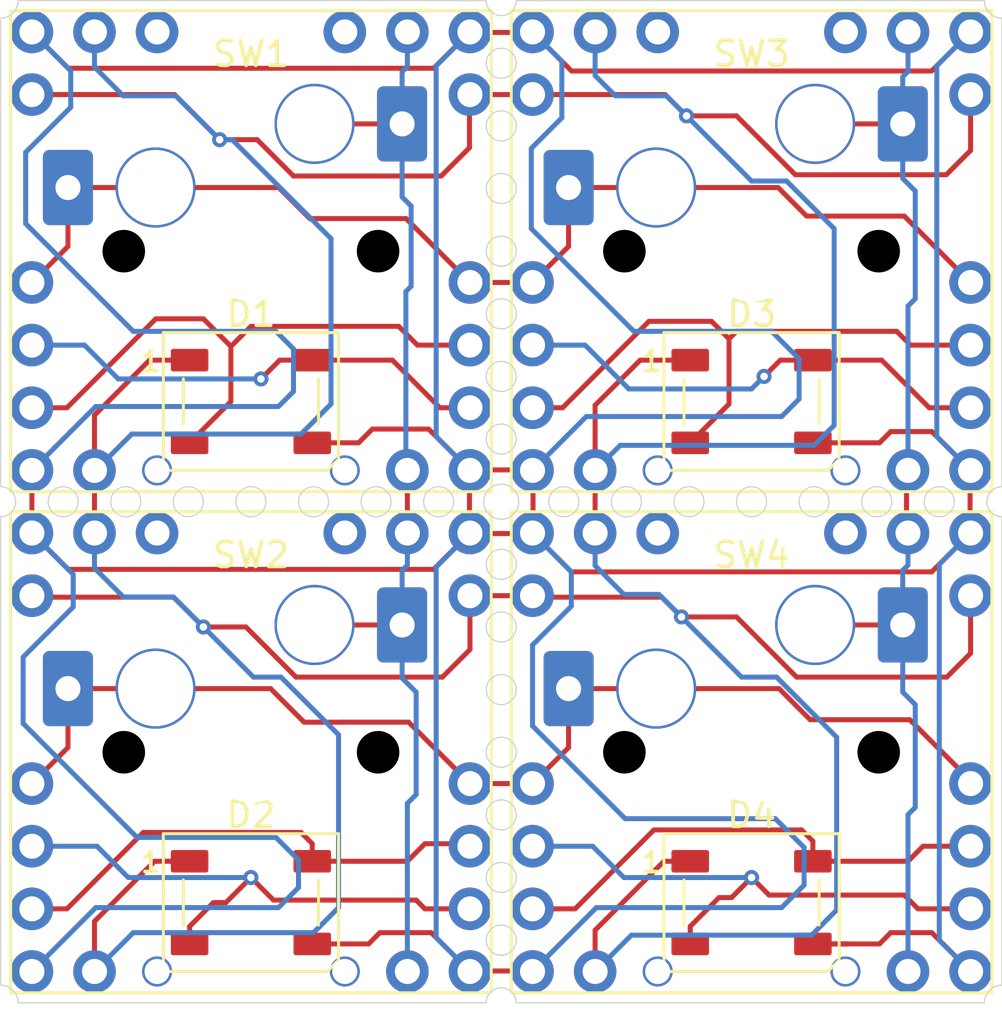
<source format=kicad_pcb>
(kicad_pcb (version 20241229) (generator "pcbnew") (generator_version "9.0")
  (layers (0 "F.Cu" signal) (2 "B.Cu" signal) (13 "F.Paste" user) (15 "B.Paste" user) (5 "F.SilkS" user "F.Silkscreen") (7 "B.SilkS" user "B.Silkscreen") (1 "F.Mask" user) (3 "B.Mask" user) (25 "Edge.Cuts" user))
  (net 0 "")
  (net 1 "Net-(D1-DIN)")
  (net 2 "VCC")
  (net 3 "GND")
  (net 4 "Net-(D1-DOUT)")
  (net 5 "Net-(D2-DOUT)")
  (net 6 "Net-(D2-DIN)")
  (net 7 "Net-(D3-DIN)")
  (net 8 "Net-(D3-DOUT)")
  (net 9 "Net-(D4-DIN)")
  (net 10 "Net-(D4-DOUT)")
  (net 11 "Net-(SW1-Pad1)")
  (net 12 "Net-(SW1-Pad2)")
  (net 13 "Net-(SW2-Pad1)")
  (net 14 "Net-(SW3-Pad2)")
  (footprint "mykbd:seat" (layer "F.Cu") (at 100 100)
    (property "Reference" "SW1" (at 0 -7.874 0) (layer "F.SilkS"))
    (property "Value" "mykbd")
    (pad "" np_thru_hole circle (at -5.08 0) (size 4 4) (drill 1.7) (layers))
    (pad "" np_thru_hole circle (at 0 0) (size 4 4) (drill 4) (layers "*.Cu" "*.Mask"))
    (pad "" np_thru_hole circle (at 5.08 0) (size 4 4) (drill 1.7) (layers))
    (pad "1" thru_hole circle (at -8.75 1.25) (size 1.7 1.7) (drill oval 1) (layers "*.Cu" "*.Mask") (net 11 "Net-(SW1-Pad1)"))
    (pad "1" thru_hole roundrect (at -7.31 -2.54) (size 2 3) (drill 1) (layers "*.Cu" "*.Mask") (roundrect_rratio 0.125) (net 11 "Net-(SW1-Pad1)"))
    (pad "1" thru_hole circle (at -3.81 -2.54) (size 3.2 3.2) (drill 3) (layers "*.Cu" "*.Mask") (net 11 "Net-(SW1-Pad1)"))
    (pad "1" thru_hole circle (at 8.75 1.25) (size 1.7 1.7) (drill oval 1) (layers "*.Cu" "*.Mask") (net 11 "Net-(SW1-Pad1)"))
    (pad "2" thru_hole circle (at 2.54 -5.08) (size 3.2 3.2) (drill 3) (layers "*.Cu" "*.Mask") (net 12 "Net-(SW1-Pad2)"))
    (pad "2" thru_hole roundrect (at 6.04 -5.08) (size 2 3) (drill 1) (layers "*.Cu" "*.Mask") (roundrect_rratio 0.125) (net 12 "Net-(SW1-Pad2)"))
    (pad "2" thru_hole circle (at 6.25 -8.75) (size 1.7 1.7) (drill oval 1) (layers "*.Cu" "*.Mask") (net 12 "Net-(SW1-Pad2)"))
    (pad "2" thru_hole circle (at 6.25 8.75) (size 1.7 1.7) (drill oval 1) (layers "*.Cu" "*.Mask") (net 12 "Net-(SW1-Pad2)"))
    (pad "3" thru_hole circle (at -8.75 3.75) (size 1.7 1.7) (drill oval 1) (layers "*.Cu" "*.Mask") (net 1 "Net-(D1-DIN)"))
    (pad "3" thru_hole circle (at 8.75 6.25) (size 1.7 1.7) (drill oval 1) (layers "*.Cu" "*.Mask") (net 1 "Net-(D1-DIN)"))
    (pad "4" thru_hole circle (at -8.75 6.25) (size 1.7 1.7) (drill oval 1) (layers "*.Cu" "*.Mask") (net 4 "Net-(D1-DOUT)"))
    (pad "4" thru_hole circle (at 8.75 3.75) (size 1.7 1.7) (drill oval 1) (layers "*.Cu" "*.Mask") (net 4 "Net-(D1-DOUT)"))
    (pad "5" thru_hole circle (at -8.75 -6.25) (size 1.7 1.7) (drill oval 1) (layers "*.Cu" "*.Mask") (net 2 "VCC"))
    (pad "5" thru_hole circle (at -6.25 -8.75) (size 1.7 1.7) (drill oval 1) (layers "*.Cu" "*.Mask") (net 2 "VCC"))
    (pad "5" thru_hole circle (at -6.25 8.75) (size 1.7 1.7) (drill oval 1) (layers "*.Cu" "*.Mask") (net 2 "VCC"))
    (pad "5" thru_hole circle (at 8.75 -6.25) (size 1.7 1.7) (drill oval 1) (layers "*.Cu" "*.Mask") (net 2 "VCC"))
    (pad "6" thru_hole circle (at -8.75 -8.75) (size 1.7 1.7) (drill oval 1) (layers "*.Cu" "*.Mask") (net 3 "GND"))
    (pad "6" thru_hole circle (at -8.75 8.75) (size 1.7 1.7) (drill oval 1) (layers "*.Cu" "*.Mask") (net 3 "GND"))
    (pad "6" thru_hole circle (at 8.75 -8.75) (size 1.7 1.7) (drill oval 1) (layers "*.Cu" "*.Mask") (net 3 "GND"))
    (pad "6" thru_hole circle (at 8.75 8.75) (size 1.7 1.7) (drill oval 1) (layers "*.Cu" "*.Mask") (net 3 "GND"))
    (pad "7" thru_hole circle (at -3.75 -8.75) (size 1.7 1.7) (drill oval 1) (layers "*.Cu" "*.Mask"))
    (pad "7" thru_hole circle (at -3.75 8.75) (size 1.2 1.2) (drill oval 1) (layers "*.Cu" "*.Mask"))
    (pad "8" thru_hole circle (at 3.75 -8.75) (size 1.7 1.7) (drill oval 1) (layers "*.Cu" "*.Mask"))
    (pad "8" thru_hole circle (at 3.75 8.75) (size 1.2 1.2) (drill oval 1) (layers "*.Cu" "*.Mask"))
  )
  (footprint "LED_SMD:LED_WS2812B_PLCC4_5.0x5.0mm_P3.2mm" (layer "F.Cu") (at 100 126)
    (property "Reference" "D2" (at 0 -3.5 0) (layer "F.SilkS"))
    (property "Value" "WS2812B")
    (fp_text user "1" (at -4 -1.6 0) (layer "F.SilkS") (effects (font (size 0.8 0.8))))
    (pad "1" smd roundrect (at -2.45 -1.65) (size 1.5 0.9) (layers "F.Cu" "F.Mask" "F.Paste") (roundrect_rratio 0.1) (net 2 "VCC"))
    (pad "2" smd roundrect (at -2.45 1.65) (size 1.5 0.9) (layers "F.Cu" "F.Mask" "F.Paste") (roundrect_rratio 0.1) (net 5 "Net-(D2-DOUT)"))
    (pad "3" smd roundrect (at 2.45 1.65) (size 1.5 0.9) (layers "F.Cu" "F.Mask" "F.Paste") (roundrect_rratio 0.1) (net 3 "GND"))
    (pad "4" smd roundrect (at 2.45 -1.65) (size 1.5 0.9) (layers "F.Cu" "F.Mask" "F.Paste") (roundrect_rratio 0.1) (net 6 "Net-(D2-DIN)"))
  )
  (footprint "LED_SMD:LED_WS2812B_PLCC4_5.0x5.0mm_P3.2mm" (layer "F.Cu") (at 100 106)
    (property "Reference" "D1" (at 0 -3.5 0) (layer "F.SilkS"))
    (property "Value" "WS2812B")
    (fp_text user "1" (at -4 -1.6 0) (layer "F.SilkS") (effects (font (size 0.8 0.8))))
    (pad "1" smd roundrect (at -2.45 -1.65) (size 1.5 0.9) (layers "F.Cu" "F.Mask" "F.Paste") (roundrect_rratio 0.1) (net 2 "VCC"))
    (pad "2" smd roundrect (at -2.45 1.65) (size 1.5 0.9) (layers "F.Cu" "F.Mask" "F.Paste") (roundrect_rratio 0.1) (net 4 "Net-(D1-DOUT)"))
    (pad "3" smd roundrect (at 2.45 1.65) (size 1.5 0.9) (layers "F.Cu" "F.Mask" "F.Paste") (roundrect_rratio 0.1) (net 3 "GND"))
    (pad "4" smd roundrect (at 2.45 -1.65) (size 1.5 0.9) (layers "F.Cu" "F.Mask" "F.Paste") (roundrect_rratio 0.1) (net 1 "Net-(D1-DIN)"))
  )
  (footprint "mykbd:seat" (layer "F.Cu") (at 120 100)
    (property "Reference" "SW3" (at 0 -7.874 0) (layer "F.SilkS"))
    (property "Value" "mykbd")
    (pad "" np_thru_hole circle (at -5.08 0) (size 4 4) (drill 1.7) (layers))
    (pad "" np_thru_hole circle (at 0 0) (size 4 4) (drill 4) (layers "*.Cu" "*.Mask"))
    (pad "" np_thru_hole circle (at 5.08 0) (size 4 4) (drill 1.7) (layers))
    (pad "1" thru_hole circle (at -8.75 1.25) (size 1.7 1.7) (drill oval 1) (layers "*.Cu" "*.Mask") (net 11 "Net-(SW1-Pad1)"))
    (pad "1" thru_hole roundrect (at -7.31 -2.54) (size 2 3) (drill 1) (layers "*.Cu" "*.Mask") (roundrect_rratio 0.125) (net 11 "Net-(SW1-Pad1)"))
    (pad "1" thru_hole circle (at -3.81 -2.54) (size 3.2 3.2) (drill 3) (layers "*.Cu" "*.Mask") (net 11 "Net-(SW1-Pad1)"))
    (pad "1" thru_hole circle (at 8.75 1.25) (size 1.7 1.7) (drill oval 1) (layers "*.Cu" "*.Mask") (net 11 "Net-(SW1-Pad1)"))
    (pad "2" thru_hole circle (at 2.54 -5.08) (size 3.2 3.2) (drill 3) (layers "*.Cu" "*.Mask") (net 14 "Net-(SW3-Pad2)"))
    (pad "2" thru_hole roundrect (at 6.04 -5.08) (size 2 3) (drill 1) (layers "*.Cu" "*.Mask") (roundrect_rratio 0.125) (net 14 "Net-(SW3-Pad2)"))
    (pad "2" thru_hole circle (at 6.25 -8.75) (size 1.7 1.7) (drill oval 1) (layers "*.Cu" "*.Mask") (net 14 "Net-(SW3-Pad2)"))
    (pad "2" thru_hole circle (at 6.25 8.75) (size 1.7 1.7) (drill oval 1) (layers "*.Cu" "*.Mask") (net 14 "Net-(SW3-Pad2)"))
    (pad "3" thru_hole circle (at -8.75 3.75) (size 1.7 1.7) (drill oval 1) (layers "*.Cu" "*.Mask") (net 7 "Net-(D3-DIN)"))
    (pad "3" thru_hole circle (at 8.75 6.25) (size 1.7 1.7) (drill oval 1) (layers "*.Cu" "*.Mask") (net 7 "Net-(D3-DIN)"))
    (pad "4" thru_hole circle (at -8.75 6.25) (size 1.7 1.7) (drill oval 1) (layers "*.Cu" "*.Mask") (net 8 "Net-(D3-DOUT)"))
    (pad "4" thru_hole circle (at 8.75 3.75) (size 1.7 1.7) (drill oval 1) (layers "*.Cu" "*.Mask") (net 8 "Net-(D3-DOUT)"))
    (pad "5" thru_hole circle (at -8.75 -6.25) (size 1.7 1.7) (drill oval 1) (layers "*.Cu" "*.Mask") (net 2 "VCC"))
    (pad "5" thru_hole circle (at -6.25 -8.75) (size 1.7 1.7) (drill oval 1) (layers "*.Cu" "*.Mask") (net 2 "VCC"))
    (pad "5" thru_hole circle (at -6.25 8.75) (size 1.7 1.7) (drill oval 1) (layers "*.Cu" "*.Mask") (net 2 "VCC"))
    (pad "5" thru_hole circle (at 8.75 -6.25) (size 1.7 1.7) (drill oval 1) (layers "*.Cu" "*.Mask") (net 2 "VCC"))
    (pad "6" thru_hole circle (at -8.75 -8.75) (size 1.7 1.7) (drill oval 1) (layers "*.Cu" "*.Mask") (net 3 "GND"))
    (pad "6" thru_hole circle (at -8.75 8.75) (size 1.7 1.7) (drill oval 1) (layers "*.Cu" "*.Mask") (net 3 "GND"))
    (pad "6" thru_hole circle (at 8.75 -8.75) (size 1.7 1.7) (drill oval 1) (layers "*.Cu" "*.Mask") (net 3 "GND"))
    (pad "6" thru_hole circle (at 8.75 8.75) (size 1.7 1.7) (drill oval 1) (layers "*.Cu" "*.Mask") (net 3 "GND"))
    (pad "7" thru_hole circle (at -3.75 -8.75) (size 1.7 1.7) (drill oval 1) (layers "*.Cu" "*.Mask"))
    (pad "7" thru_hole circle (at -3.75 8.75) (size 1.2 1.2) (drill oval 1) (layers "*.Cu" "*.Mask"))
    (pad "8" thru_hole circle (at 3.75 -8.75) (size 1.7 1.7) (drill oval 1) (layers "*.Cu" "*.Mask"))
    (pad "8" thru_hole circle (at 3.75 8.75) (size 1.2 1.2) (drill oval 1) (layers "*.Cu" "*.Mask"))
  )
  (footprint "LED_SMD:LED_WS2812B_PLCC4_5.0x5.0mm_P3.2mm" (layer "F.Cu") (at 120 106)
    (property "Reference" "D3" (at 0 -3.5 0) (layer "F.SilkS"))
    (property "Value" "WS2812B")
    (fp_text user "1" (at -4 -1.6 0) (layer "F.SilkS") (effects (font (size 0.8 0.8))))
    (pad "1" smd roundrect (at -2.45 -1.65) (size 1.5 0.9) (layers "F.Cu" "F.Mask" "F.Paste") (roundrect_rratio 0.1) (net 2 "VCC"))
    (pad "2" smd roundrect (at -2.45 1.65) (size 1.5 0.9) (layers "F.Cu" "F.Mask" "F.Paste") (roundrect_rratio 0.1) (net 8 "Net-(D3-DOUT)"))
    (pad "3" smd roundrect (at 2.45 1.65) (size 1.5 0.9) (layers "F.Cu" "F.Mask" "F.Paste") (roundrect_rratio 0.1) (net 3 "GND"))
    (pad "4" smd roundrect (at 2.45 -1.65) (size 1.5 0.9) (layers "F.Cu" "F.Mask" "F.Paste") (roundrect_rratio 0.1) (net 7 "Net-(D3-DIN)"))
  )
  (footprint "LED_SMD:LED_WS2812B_PLCC4_5.0x5.0mm_P3.2mm" (layer "F.Cu") (at 120 126)
    (property "Reference" "D4" (at 0 -3.5 0) (layer "F.SilkS"))
    (property "Value" "WS2812B")
    (fp_text user "1" (at -4 -1.6 0) (layer "F.SilkS") (effects (font (size 0.8 0.8))))
    (pad "1" smd roundrect (at -2.45 -1.65) (size 1.5 0.9) (layers "F.Cu" "F.Mask" "F.Paste") (roundrect_rratio 0.1) (net 2 "VCC"))
    (pad "2" smd roundrect (at -2.45 1.65) (size 1.5 0.9) (layers "F.Cu" "F.Mask" "F.Paste") (roundrect_rratio 0.1) (net 10 "Net-(D4-DOUT)"))
    (pad "3" smd roundrect (at 2.45 1.65) (size 1.5 0.9) (layers "F.Cu" "F.Mask" "F.Paste") (roundrect_rratio 0.1) (net 3 "GND"))
    (pad "4" smd roundrect (at 2.45 -1.65) (size 1.5 0.9) (layers "F.Cu" "F.Mask" "F.Paste") (roundrect_rratio 0.1) (net 9 "Net-(D4-DIN)"))
  )
  (footprint "mykbd:seat" (layer "F.Cu") (at 100 120)
    (property "Reference" "SW2" (at 0 -7.874 0) (layer "F.SilkS"))
    (property "Value" "mykbd")
    (pad "" np_thru_hole circle (at -5.08 0) (size 4 4) (drill 1.7) (layers))
    (pad "" np_thru_hole circle (at 0 0) (size 4 4) (drill 4) (layers "*.Cu" "*.Mask"))
    (pad "" np_thru_hole circle (at 5.08 0) (size 4 4) (drill 1.7) (layers))
    (pad "1" thru_hole circle (at -8.75 1.25) (size 1.7 1.7) (drill oval 1) (layers "*.Cu" "*.Mask") (net 13 "Net-(SW2-Pad1)"))
    (pad "1" thru_hole roundrect (at -7.31 -2.54) (size 2 3) (drill 1) (layers "*.Cu" "*.Mask") (roundrect_rratio 0.125) (net 13 "Net-(SW2-Pad1)"))
    (pad "1" thru_hole circle (at -3.81 -2.54) (size 3.2 3.2) (drill 3) (layers "*.Cu" "*.Mask") (net 13 "Net-(SW2-Pad1)"))
    (pad "1" thru_hole circle (at 8.75 1.25) (size 1.7 1.7) (drill oval 1) (layers "*.Cu" "*.Mask") (net 13 "Net-(SW2-Pad1)"))
    (pad "2" thru_hole circle (at 2.54 -5.08) (size 3.2 3.2) (drill 3) (layers "*.Cu" "*.Mask") (net 12 "Net-(SW1-Pad2)"))
    (pad "2" thru_hole roundrect (at 6.04 -5.08) (size 2 3) (drill 1) (layers "*.Cu" "*.Mask") (roundrect_rratio 0.125) (net 12 "Net-(SW1-Pad2)"))
    (pad "2" thru_hole circle (at 6.25 -8.75) (size 1.7 1.7) (drill oval 1) (layers "*.Cu" "*.Mask") (net 12 "Net-(SW1-Pad2)"))
    (pad "2" thru_hole circle (at 6.25 8.75) (size 1.7 1.7) (drill oval 1) (layers "*.Cu" "*.Mask") (net 12 "Net-(SW1-Pad2)"))
    (pad "3" thru_hole circle (at -8.75 3.75) (size 1.7 1.7) (drill oval 1) (layers "*.Cu" "*.Mask") (net 5 "Net-(D2-DOUT)"))
    (pad "3" thru_hole circle (at 8.75 6.25) (size 1.7 1.7) (drill oval 1) (layers "*.Cu" "*.Mask") (net 5 "Net-(D2-DOUT)"))
    (pad "4" thru_hole circle (at -8.75 6.25) (size 1.7 1.7) (drill oval 1) (layers "*.Cu" "*.Mask") (net 6 "Net-(D2-DIN)"))
    (pad "4" thru_hole circle (at 8.75 3.75) (size 1.7 1.7) (drill oval 1) (layers "*.Cu" "*.Mask") (net 6 "Net-(D2-DIN)"))
    (pad "5" thru_hole circle (at -8.75 -6.25) (size 1.7 1.7) (drill oval 1) (layers "*.Cu" "*.Mask") (net 2 "VCC"))
    (pad "5" thru_hole circle (at -6.25 -8.75) (size 1.7 1.7) (drill oval 1) (layers "*.Cu" "*.Mask") (net 2 "VCC"))
    (pad "5" thru_hole circle (at -6.25 8.75) (size 1.7 1.7) (drill oval 1) (layers "*.Cu" "*.Mask") (net 2 "VCC"))
    (pad "5" thru_hole circle (at 8.75 -6.25) (size 1.7 1.7) (drill oval 1) (layers "*.Cu" "*.Mask") (net 2 "VCC"))
    (pad "6" thru_hole circle (at -8.75 -8.75) (size 1.7 1.7) (drill oval 1) (layers "*.Cu" "*.Mask") (net 3 "GND"))
    (pad "6" thru_hole circle (at -8.75 8.75) (size 1.7 1.7) (drill oval 1) (layers "*.Cu" "*.Mask") (net 3 "GND"))
    (pad "6" thru_hole circle (at 8.75 -8.75) (size 1.7 1.7) (drill oval 1) (layers "*.Cu" "*.Mask") (net 3 "GND"))
    (pad "6" thru_hole circle (at 8.75 8.75) (size 1.7 1.7) (drill oval 1) (layers "*.Cu" "*.Mask") (net 3 "GND"))
    (pad "7" thru_hole circle (at -3.75 -8.75) (size 1.7 1.7) (drill oval 1) (layers "*.Cu" "*.Mask"))
    (pad "7" thru_hole circle (at -3.75 8.75) (size 1.2 1.2) (drill oval 1) (layers "*.Cu" "*.Mask"))
    (pad "8" thru_hole circle (at 3.75 -8.75) (size 1.7 1.7) (drill oval 1) (layers "*.Cu" "*.Mask"))
    (pad "8" thru_hole circle (at 3.75 8.75) (size 1.2 1.2) (drill oval 1) (layers "*.Cu" "*.Mask"))
  )
  (footprint "mykbd:seat" (layer "F.Cu") (at 120 120)
    (property "Reference" "SW4" (at 0 -7.874 0) (layer "F.SilkS"))
    (property "Value" "mykbd")
    (pad "" np_thru_hole circle (at -5.08 0) (size 4 4) (drill 1.7) (layers))
    (pad "" np_thru_hole circle (at 0 0) (size 4 4) (drill 4) (layers "*.Cu" "*.Mask"))
    (pad "" np_thru_hole circle (at 5.08 0) (size 4 4) (drill 1.7) (layers))
    (pad "1" thru_hole circle (at -8.75 1.25) (size 1.7 1.7) (drill oval 1) (layers "*.Cu" "*.Mask") (net 13 "Net-(SW2-Pad1)"))
    (pad "1" thru_hole roundrect (at -7.31 -2.54) (size 2 3) (drill 1) (layers "*.Cu" "*.Mask") (roundrect_rratio 0.125) (net 13 "Net-(SW2-Pad1)"))
    (pad "1" thru_hole circle (at -3.81 -2.54) (size 3.2 3.2) (drill 3) (layers "*.Cu" "*.Mask") (net 13 "Net-(SW2-Pad1)"))
    (pad "1" thru_hole circle (at 8.75 1.25) (size 1.7 1.7) (drill oval 1) (layers "*.Cu" "*.Mask") (net 13 "Net-(SW2-Pad1)"))
    (pad "2" thru_hole circle (at 2.54 -5.08) (size 3.2 3.2) (drill 3) (layers "*.Cu" "*.Mask") (net 14 "Net-(SW3-Pad2)"))
    (pad "2" thru_hole roundrect (at 6.04 -5.08) (size 2 3) (drill 1) (layers "*.Cu" "*.Mask") (roundrect_rratio 0.125) (net 14 "Net-(SW3-Pad2)"))
    (pad "2" thru_hole circle (at 6.25 -8.75) (size 1.7 1.7) (drill oval 1) (layers "*.Cu" "*.Mask") (net 14 "Net-(SW3-Pad2)"))
    (pad "2" thru_hole circle (at 6.25 8.75) (size 1.7 1.7) (drill oval 1) (layers "*.Cu" "*.Mask") (net 14 "Net-(SW3-Pad2)"))
    (pad "3" thru_hole circle (at -8.75 3.75) (size 1.7 1.7) (drill oval 1) (layers "*.Cu" "*.Mask") (net 10 "Net-(D4-DOUT)"))
    (pad "3" thru_hole circle (at 8.75 6.25) (size 1.7 1.7) (drill oval 1) (layers "*.Cu" "*.Mask") (net 10 "Net-(D4-DOUT)"))
    (pad "4" thru_hole circle (at -8.75 6.25) (size 1.7 1.7) (drill oval 1) (layers "*.Cu" "*.Mask") (net 9 "Net-(D4-DIN)"))
    (pad "4" thru_hole circle (at 8.75 3.75) (size 1.7 1.7) (drill oval 1) (layers "*.Cu" "*.Mask") (net 9 "Net-(D4-DIN)"))
    (pad "5" thru_hole circle (at -8.75 -6.25) (size 1.7 1.7) (drill oval 1) (layers "*.Cu" "*.Mask") (net 2 "VCC"))
    (pad "5" thru_hole circle (at -6.25 -8.75) (size 1.7 1.7) (drill oval 1) (layers "*.Cu" "*.Mask") (net 2 "VCC"))
    (pad "5" thru_hole circle (at -6.25 8.75) (size 1.7 1.7) (drill oval 1) (layers "*.Cu" "*.Mask") (net 2 "VCC"))
    (pad "5" thru_hole circle (at 8.75 -6.25) (size 1.7 1.7) (drill oval 1) (layers "*.Cu" "*.Mask") (net 2 "VCC"))
    (pad "6" thru_hole circle (at -8.75 -8.75) (size 1.7 1.7) (drill oval 1) (layers "*.Cu" "*.Mask") (net 3 "GND"))
    (pad "6" thru_hole circle (at -8.75 8.75) (size 1.7 1.7) (drill oval 1) (layers "*.Cu" "*.Mask") (net 3 "GND"))
    (pad "6" thru_hole circle (at 8.75 -8.75) (size 1.7 1.7) (drill oval 1) (layers "*.Cu" "*.Mask") (net 3 "GND"))
    (pad "6" thru_hole circle (at 8.75 8.75) (size 1.7 1.7) (drill oval 1) (layers "*.Cu" "*.Mask") (net 3 "GND"))
    (pad "7" thru_hole circle (at -3.75 -8.75) (size 1.7 1.7) (drill oval 1) (layers "*.Cu" "*.Mask"))
    (pad "7" thru_hole circle (at -3.75 8.75) (size 1.2 1.2) (drill oval 1) (layers "*.Cu" "*.Mask"))
    (pad "8" thru_hole circle (at 3.75 -8.75) (size 1.7 1.7) (drill oval 1) (layers "*.Cu" "*.Mask"))
    (pad "8" thru_hole circle (at 3.75 8.75) (size 1.2 1.2) (drill oval 1) (layers "*.Cu" "*.Mask"))
  )
  (gr_line (start 129.3 130) (end 110.6 130) (stroke (width 0.05)) (layer "Edge.Cuts"))
  (gr_line (start 130 110.6) (end 130 129.3) (stroke (width 0.05)) (layer "Edge.Cuts"))
  (gr_circle (center 110 127.5) (end 110 126.9) (stroke (width 0.05)) (fill no) (layer "Edge.Cuts"))
  (gr_arc (start 110.6 90) (mid 110 90.6) (end 109.4 90) (stroke (width 0.05)) (layer "Edge.Cuts"))
  (gr_circle (center 110 125) (end 110 124.4) (stroke (width 0.05)) (fill no) (layer "Edge.Cuts"))
  (gr_circle (center 110 112.5) (end 110 111.9) (stroke (width 0.05)) (fill no) (layer "Edge.Cuts"))
  (gr_line (start 109.4 130) (end 90.7 130) (stroke (width 0.05)) (layer "Edge.Cuts"))
  (gr_circle (center 97.5 110) (end 98.1 110) (stroke (width 0.05)) (fill no) (layer "Edge.Cuts"))
  (gr_circle (center 110 100) (end 110 100.6) (stroke (width 0.05)) (fill no) (layer "Edge.Cuts"))
  (gr_circle (center 117.5 110) (end 118.1 110) (stroke (width 0.05)) (fill no) (layer "Edge.Cuts"))
  (gr_circle (center 110 120) (end 110 119.4) (stroke (width 0.05)) (fill no) (layer "Edge.Cuts"))
  (gr_line (start 111.5 90) (end 129.3 90) (stroke (width 0.05)) (layer "Edge.Cuts"))
  (gr_circle (center 127.5 110) (end 128.1 110) (stroke (width 0.05)) (fill no) (layer "Edge.Cuts"))
  (gr_line (start 110.6 90) (end 111.5 90) (stroke (width 0.05)) (layer "Edge.Cuts"))
  (gr_circle (center 110 97.5) (end 110 98.1) (stroke (width 0.05)) (fill no) (layer "Edge.Cuts"))
  (gr_circle (center 102.5 110) (end 103.1 110) (stroke (width 0.05)) (fill no) (layer "Edge.Cuts"))
  (gr_circle (center 110 105) (end 110 105.6) (stroke (width 0.05)) (fill no) (layer "Edge.Cuts"))
  (gr_arc (start 109.4 130) (mid 110 129.4) (end 110.6 130) (stroke (width 0.05)) (layer "Edge.Cuts"))
  (gr_circle (center 122.5 110) (end 123.1 110) (stroke (width 0.05)) (fill no) (layer "Edge.Cuts"))
  (gr_circle (center 110 95) (end 110 95.6) (stroke (width 0.05)) (fill no) (layer "Edge.Cuts"))
  (gr_arc (start 90.7 90) (mid 90.494975 90.494975) (end 90 90.7) (stroke (width 0.05)) (layer "Edge.Cuts"))
  (gr_arc (start 129.3 130) (mid 129.505025 129.505025) (end 130 129.3) (stroke (width 0.05)) (layer "Edge.Cuts"))
  (gr_line (start 130 90.7) (end 130 109.4) (stroke (width 0.05)) (layer "Edge.Cuts"))
  (gr_circle (center 110 107.5) (end 110 108.1) (stroke (width 0.05)) (fill no) (layer "Edge.Cuts"))
  (gr_circle (center 120 110) (end 120.6 110) (stroke (width 0.05)) (fill no) (layer "Edge.Cuts"))
  (gr_circle (center 112.5 110) (end 113.1 110) (stroke (width 0.05)) (fill no) (layer "Edge.Cuts"))
  (gr_circle (center 105 110) (end 105.6 110) (stroke (width 0.05)) (fill no) (layer "Edge.Cuts"))
  (gr_arc (start 130 110.6) (mid 129.4 110) (end 130 109.4) (stroke (width 0.05)) (layer "Edge.Cuts"))
  (gr_circle (center 107.5 110) (end 108.1 110) (stroke (width 0.05)) (fill no) (layer "Edge.Cuts"))
  (gr_line (start 90 110.6) (end 90 129.3) (stroke (width 0.05)) (layer "Edge.Cuts"))
  (gr_line (start 108.5 90) (end 109.4 90) (stroke (width 0.05)) (layer "Edge.Cuts"))
  (gr_circle (center 110 117.5) (end 110 116.9) (stroke (width 0.05)) (fill no) (layer "Edge.Cuts"))
  (gr_line (start 90 109.4) (end 90 90.7) (stroke (width 0.05)) (layer "Edge.Cuts"))
  (gr_line (start 90.7 90) (end 108.5 90) (stroke (width 0.05)) (layer "Edge.Cuts"))
  (gr_circle (center 115 110) (end 115.6 110) (stroke (width 0.05)) (fill no) (layer "Edge.Cuts"))
  (gr_circle (center 125 110) (end 125.6 110) (stroke (width 0.05)) (fill no) (layer "Edge.Cuts"))
  (gr_circle (center 92.5 110) (end 93.1 110) (stroke (width 0.05)) (fill no) (layer "Edge.Cuts"))
  (gr_arc (start 90 109.4) (mid 90.6 110) (end 90 110.6) (stroke (width 0.05)) (layer "Edge.Cuts"))
  (gr_circle (center 100 110) (end 100.6 110) (stroke (width 0.05)) (fill no) (layer "Edge.Cuts"))
  (gr_circle (center 110 92.5) (end 110 93.1) (stroke (width 0.05)) (fill no) (layer "Edge.Cuts"))
  (gr_arc (start 90 129.3) (mid 90.494975 129.505025) (end 90.7 130) (stroke (width 0.05)) (layer "Edge.Cuts"))
  (gr_arc (start 130 90.7) (mid 129.505025 90.494975) (end 129.3 90) (stroke (width 0.05)) (layer "Edge.Cuts"))
  (gr_circle (center 110 115) (end 110 114.4) (stroke (width 0.05)) (fill no) (layer "Edge.Cuts"))
  (gr_circle (center 110 110) (end 110.7 110) (stroke (width 0.05)) (fill no) (layer "Edge.Cuts"))
  (gr_circle (center 110 122.5) (end 110 121.9) (stroke (width 0.05)) (fill no) (layer "Edge.Cuts"))
  (gr_circle (center 95 110) (end 95.6 110) (stroke (width 0.05)) (fill no) (layer "Edge.Cuts"))
  (gr_circle (center 110 102.5) (end 110 103.1) (stroke (width 0.05)) (fill no) (layer "Edge.Cuts"))
  (segment (start 101.15 104.35) (end 102.45 104.35) (width 0.2) (layer "F.Cu") (net 1))
  (segment (start 105.65 104.35) (end 107.55 106.25) (width 0.2) (layer "F.Cu") (net 1))
  (segment (start 107.55 106.25) (end 108.75 106.25) (width 0.2) (layer "F.Cu") (net 1))
  (segment (start 102.45 104.35) (end 105.65 104.35) (width 0.2) (layer "F.Cu") (net 1))
  (segment (start 100.4 105.1) (end 101.15 104.35) (width 0.2) (layer "F.Cu") (net 1))
  (via (at 100.4 105.1) (size 0.6) (drill 0.3) (layers "F.Cu" "B.Cu") (net 1))
  (segment (start 93.35 103.75) (end 94.7 105.1) (width 0.2) (layer "B.Cu") (net 1))
  (segment (start 94.7 105.1) (end 100.4 105.1) (width 0.2) (layer "B.Cu") (net 1))
  (segment (start 91.25 103.75) (end 93.35 103.75) (width 0.2) (layer "B.Cu") (net 1))
  (segment (start 121.75 96.95) (end 127.78 96.95) (width 0.2) (layer "F.Cu") (net 2))
  (segment (start 113.75 127.1) (end 113.75 128.75) (width 0.2) (layer "F.Cu") (net 2))
  (segment (start 111.21 113.75) (end 111.27 113.81) (width 0.2) (layer "F.Cu") (net 2))
  (segment (start 121.8 117) (end 127.8 117) (width 0.2) (layer "F.Cu") (net 2))
  (segment (start 127.78 96.95) (end 128.75 95.98) (width 0.2) (layer "F.Cu") (net 2))
  (segment (start 116.5 124.35) (end 113.75 127.1) (width 0.2) (layer "F.Cu") (net 2))
  (segment (start 93.75 128.75) (end 93.75 126.75) (width 0.2) (layer "F.Cu") (net 2))
  (segment (start 98.75 95.55) (end 100.25 95.55) (width 0.2) (layer "F.Cu") (net 2))
  (segment (start 117.2 114.6) (end 119.4 114.6) (width 0.2) (layer "F.Cu") (net 2))
  (segment (start 107.65 117) (end 108.75 115.9) (width 0.2) (layer "F.Cu") (net 2))
  (segment (start 108.75 113.75) (end 111.21 113.75) (width 0.2) (layer "F.Cu") (net 2))
  (segment (start 93.75 126.75) (end 96.15 124.35) (width 0.2) (layer "F.Cu") (net 2))
  (segment (start 101.7 97) (end 107.6 97) (width 0.2) (layer "F.Cu") (net 2))
  (segment (start 127.8 117) (end 128.75 116.05) (width 0.2) (layer "F.Cu") (net 2))
  (segment (start 108.75 115.9) (end 108.75 113.75) (width 0.2) (layer "F.Cu") (net 2))
  (segment (start 128.75 116.05) (end 128.75 113.75) (width 0.2) (layer "F.Cu") (net 2))
  (segment (start 97.55 104.35) (end 95.95 104.35) (width 0.2) (layer "F.Cu") (net 2))
  (segment (start 115.55 104.35) (end 113.75 106.15) (width 0.2) (layer "F.Cu") (net 2))
  (segment (start 100.25 95.55) (end 101.7 97) (width 0.2) (layer "F.Cu") (net 2))
  (segment (start 119.4 114.6) (end 121.8 117) (width 0.2) (layer "F.Cu") (net 2))
  (segment (start 113.75 111.21) (end 113.81 111.27) (width 0.2) (layer "F.Cu") (net 2))
  (segment (start 128.75 95.98) (end 128.75 93.75) (width 0.2) (layer "F.Cu") (net 2))
  (segment (start 107.6 97) (end 108.73 95.87) (width 0.2) (layer "F.Cu") (net 2))
  (segment (start 116.55 93.75) (end 117.4 94.6) (width 0.2) (layer "F.Cu") (net 2))
  (segment (start 96.91 113.81) (end 98.1 115) (width 0.2) (layer "F.Cu") (net 2))
  (segment (start 117.55 124.35) (end 116.5 124.35) (width 0.2) (layer "F.Cu") (net 2))
  (segment (start 96.95 93.75) (end 91.25 93.75) (width 0.2) (layer "F.Cu") (net 2))
  (segment (start 91.27 113.81) (end 96.91 113.81) (width 0.2) (layer "F.Cu") (net 2))
  (segment (start 108.75 93.75) (end 116.55 93.75) (width 0.2) (layer "F.Cu") (net 2))
  (segment (start 113.75 106.15) (end 113.75 111.21) (width 0.2) (layer "F.Cu") (net 2))
  (segment (start 98.75 95.55) (end 96.95 93.75) (width 0.2) (layer "F.Cu") (net 2))
  (segment (start 96.15 124.35) (end 97.55 124.35) (width 0.2) (layer "F.Cu") (net 2))
  (segment (start 93.75 106.55) (end 93.75 111.25) (width 0.2) (layer "F.Cu") (net 2))
  (segment (start 98.1 115) (end 99.8 115) (width 0.2) (layer "F.Cu") (net 2))
  (segment (start 95.95 104.35) (end 93.75 106.55) (width 0.2) (layer "F.Cu") (net 2))
  (segment (start 101.8 117) (end 107.65 117) (width 0.2) (layer "F.Cu") (net 2))
  (segment (start 119.4 94.6) (end 121.75 96.95) (width 0.2) (layer "F.Cu") (net 2))
  (segment (start 116.41 113.81) (end 117.2 114.6) (width 0.2) (layer "F.Cu") (net 2))
  (segment (start 117.55 104.35) (end 115.55 104.35) (width 0.2) (layer "F.Cu") (net 2))
  (segment (start 108.73 93.77) (end 108.75 93.75) (width 0.2) (layer "F.Cu") (net 2))
  (segment (start 108.73 95.87) (end 108.73 93.77) (width 0.2) (layer "F.Cu") (net 2))
  (segment (start 117.4 94.6) (end 119.4 94.6) (width 0.2) (layer "F.Cu") (net 2))
  (segment (start 99.8 115) (end 101.8 117) (width 0.2) (layer "F.Cu") (net 2))
  (segment (start 111.27 113.81) (end 116.41 113.81) (width 0.2) (layer "F.Cu") (net 2))
  (via (at 117.2 114.6) (size 0.6) (drill 0.3) (layers "F.Cu" "B.Cu") (net 2))
  (via (at 98.1 115) (size 0.6) (drill 0.3) (layers "F.Cu" "B.Cu") (net 2))
  (via (at 117.4 94.6) (size 0.6) (drill 0.3) (layers "F.Cu" "B.Cu") (net 2))
  (via (at 98.75 95.55) (size 0.6) (drill 0.3) (layers "F.Cu" "B.Cu") (net 2))
  (segment (start 113.75 112.55) (end 113.75 111.25) (width 0.2) (layer "B.Cu") (net 2))
  (segment (start 123.4 119.4) (end 121 117) (width 0.2) (layer "B.Cu") (net 2))
  (segment (start 93.75 112.65) (end 93.75 111.25) (width 0.2) (layer "B.Cu") (net 2))
  (segment (start 116.3 113.7) (end 114.9 113.7) (width 0.2) (layer "B.Cu") (net 2))
  (segment (start 103.5 119.3) (end 101.2 117) (width 0.2) (layer "B.Cu") (net 2))
  (segment (start 115.2 127.3) (end 122.4 127.3) (width 0.2) (layer "B.Cu") (net 2))
  (segment (start 123.3 99.1) (end 121.4 97.2) (width 0.2) (layer "B.Cu") (net 2))
  (segment (start 98.75 95.55) (end 97 93.8) (width 0.2) (layer "B.Cu") (net 2))
  (segment (start 95.3 127.2) (end 102.5 127.2) (width 0.2) (layer "B.Cu") (net 2))
  (segment (start 97 93.8) (end 94.9 93.8) (width 0.2) (layer "B.Cu") (net 2))
  (segment (start 102.5 127.2) (end 103.5 126.2) (width 0.2) (layer "B.Cu") (net 2))
  (segment (start 103.2 106.1) (end 102 107.3) (width 0.2) (layer "B.Cu") (net 2))
  (segment (start 119.6 117) (end 116.3 113.7) (width 0.2) (layer "B.Cu") (net 2))
  (segment (start 101.2 117) (end 100.1 117) (width 0.2) (layer "B.Cu") (net 2))
  (segment (start 94.9 93.8) (end 93.75 92.65) (width 0.2) (layer "B.Cu") (net 2))
  (segment (start 113.75 128.75) (end 115.2 127.3) (width 0.2) (layer "B.Cu") (net 2))
  (segment (start 122.4 127.3) (end 123.4 126.3) (width 0.2) (layer "B.Cu") (net 2))
  (segment (start 123.4 126.3) (end 123.4 119.4) (width 0.2) (layer "B.Cu") (net 2))
  (segment (start 114.9 113.7) (end 113.75 112.55) (width 0.2) (layer "B.Cu") (net 2))
  (segment (start 123.3 106.95) (end 123.3 99.1) (width 0.2) (layer "B.Cu") (net 2))
  (segment (start 94.9 113.8) (end 93.75 112.65) (width 0.2) (layer "B.Cu") (net 2))
  (segment (start 116.6 93.8) (end 114.559632 93.8) (width 0.2) (layer "B.Cu") (net 2))
  (segment (start 102 107.3) (end 95.24 107.3) (width 0.2) (layer "B.Cu") (net 2))
  (segment (start 95.24 107.3) (end 93.81 108.73) (width 0.2) (layer "B.Cu") (net 2))
  (segment (start 103.2 99.5) (end 103.2 106.1) (width 0.2) (layer "B.Cu") (net 2))
  (segment (start 93.75 128.75) (end 95.3 127.2) (width 0.2) (layer "B.Cu") (net 2))
  (segment (start 103.5 126.2) (end 103.5 119.3) (width 0.2) (layer "B.Cu") (net 2))
  (segment (start 98.75 95.55) (end 99.25 95.55) (width 0.2) (layer "B.Cu") (net 2))
  (segment (start 96.9 113.8) (end 94.9 113.8) (width 0.2) (layer "B.Cu") (net 2))
  (segment (start 100.1 117) (end 96.9 113.8) (width 0.2) (layer "B.Cu") (net 2))
  (segment (start 113.75 92.990368) (end 113.75 91.25) (width 0.2) (layer "B.Cu") (net 2))
  (segment (start 99.25 95.55) (end 103.2 99.5) (width 0.2) (layer "B.Cu") (net 2))
  (segment (start 121.4 97.2) (end 120 97.2) (width 0.2) (layer "B.Cu") (net 2))
  (segment (start 113.75 108.75) (end 114.75 107.75) (width 0.2) (layer "B.Cu") (net 2))
  (segment (start 114.75 107.75) (end 122.5 107.75) (width 0.2) (layer "B.Cu") (net 2))
  (segment (start 120 97.2) (end 116.6 93.8) (width 0.2) (layer "B.Cu") (net 2))
  (segment (start 93.75 92.65) (end 93.75 91.25) (width 0.2) (layer "B.Cu") (net 2))
  (segment (start 121 117) (end 119.6 117) (width 0.2) (layer "B.Cu") (net 2))
  (segment (start 122.5 107.75) (end 123.3 106.95) (width 0.2) (layer "B.Cu") (net 2))
  (segment (start 114.559632 93.8) (end 113.75 92.990368) (width 0.2) (layer "B.Cu") (net 2))
  (segment (start 111.273568 111.27) (end 111.27 111.27) (width 0.2) (layer "F.Cu") (net 3))
  (segment (start 125.11 107.65) (end 125.56 107.2) (width 0.2) (layer "F.Cu") (net 3))
  (segment (start 125.11 127.65) (end 125.56 127.2) (width 0.2) (layer "F.Cu") (net 3))
  (segment (start 125.56 127.2) (end 127.2 127.2) (width 0.2) (layer "F.Cu") (net 3))
  (segment (start 105.15 127.2) (end 104.7 127.65) (width 0.2) (layer "F.Cu") (net 3))
  (segment (start 122.45 127.65) (end 123.84 127.65) (width 0.2) (layer "F.Cu") (net 3))
  (segment (start 125.56 107.2) (end 127.2 107.2) (width 0.2) (layer "F.Cu") (net 3))
  (segment (start 104.7 127.65) (end 102.45 127.65) (width 0.2) (layer "F.Cu") (net 3))
  (segment (start 107.1 107.1) (end 104.85 107.1) (width 0.2) (layer "F.Cu") (net 3))
  (segment (start 91.27 91.27) (end 92.7 92.7) (width 0.2) (layer "F.Cu") (net 3))
  (segment (start 108.73 128.73) (end 111.27 128.73) (width 0.2) (layer "F.Cu") (net 3))
  (segment (start 128.73 111.27) (end 127.2 112.8) (width 0.2) (layer "F.Cu") (net 3))
  (segment (start 91.25 108.75) (end 91.25 111.25) (width 0.2) (layer "F.Cu") (net 3))
  (segment (start 104.85 107.1) (end 104.3 107.65) (width 0.2) (layer "F.Cu") (net 3))
  (segment (start 112.8095 92.8095) (end 127.1905 92.8095) (width 0.2) (layer "F.Cu") (net 3))
  (segment (start 111.27 91.27) (end 112.8095 92.8095) (width 0.2) (layer "F.Cu") (net 3))
  (segment (start 92.7 92.7) (end 107.3 92.7) (width 0.2) (layer "F.Cu") (net 3))
  (segment (start 102.45 107.65) (end 104.3 107.65) (width 0.2) (layer "F.Cu") (net 3))
  (segment (start 108.73 108.73) (end 107.1 107.1) (width 0.2) (layer "F.Cu") (net 3))
  (segment (start 107.2 127.2) (end 105.15 127.2) (width 0.2) (layer "F.Cu") (net 3))
  (segment (start 127.2 127.2) (end 128.75 128.75) (width 0.2) (layer "F.Cu") (net 3))
  (segment (start 111.27 108.73) (end 111.27 111.27) (width 0.2) (layer "F.Cu") (net 3))
  (segment (start 127.2 107.2) (end 128.73 108.73) (width 0.2) (layer "F.Cu") (net 3))
  (segment (start 107.3 112.7) (end 108.73 111.27) (width 0.2) (layer "F.Cu") (net 3))
  (segment (start 122.45 107.65) (end 125.11 107.65) (width 0.2) (layer "F.Cu") (net 3))
  (segment (start 127.2 112.8) (end 112.803568 112.8) (width 0.2) (layer "F.Cu") (net 3))
  (segment (start 108.73 91.27) (end 111.27 91.27) (width 0.2) (layer "F.Cu") (net 3))
  (segment (start 128.73 108.73) (end 128.73 111.27) (width 0.2) (layer "F.Cu") (net 3))
  (segment (start 107.3 92.7) (end 108.73 91.27) (width 0.2) (layer "F.Cu") (net 3))
  (segment (start 108.73 108.73) (end 111.27 108.73) (width 0.2) (layer "F.Cu") (net 3))
  (segment (start 91.25 111.25) (end 92.7 112.7) (width 0.2) (layer "F.Cu") (net 3))
  (segment (start 122.45 127.65) (end 125.11 127.65) (width 0.2) (layer "F.Cu") (net 3))
  (segment (start 112.803568 112.8) (end 111.273568 111.27) (width 0.2) (layer "F.Cu") (net 3))
  (segment (start 108.73 111.27) (end 108.73 108.73) (width 0.2) (layer "F.Cu") (net 3))
  (segment (start 108.73 128.73) (end 107.2 127.2) (width 0.2) (layer "F.Cu") (net 3))
  (segment (start 108.73 111.27) (end 111.27 111.27) (width 0.2) (layer "F.Cu") (net 3))
  (segment (start 127.1905 92.8095) (end 128.73 91.27) (width 0.2) (layer "F.Cu") (net 3))
  (segment (start 92.7 112.7) (end 107.3 112.7) (width 0.2) (layer "F.Cu") (net 3))
  (segment (start 115.3 103.2) (end 111.2 99.1) (width 0.2) (layer "B.Cu") (net 3))
  (segment (start 111.25 115.72) (end 112.8 114.17) (width 0.2) (layer "B.Cu") (net 3))
  (segment (start 101.7 105.6) (end 101.7 103.9) (width 0.2) (layer "B.Cu") (net 3))
  (segment (start 93.8 126.2) (end 101.1 126.2) (width 0.2) (layer "B.Cu") (net 3))
  (segment (start 111.2 95.9) (end 112.421 94.679) (width 0.2) (layer "B.Cu") (net 3))
  (segment (start 101.1 126.2) (end 101.9 125.4) (width 0.2) (layer "B.Cu") (net 3))
  (segment (start 107.4 92.6) (end 108.75 91.25) (width 0.2) (layer "B.Cu") (net 3))
  (segment (start 108.73 108.73) (end 107.4 107.4) (width 0.2) (layer "B.Cu") (net 3))
  (segment (start 101.9 125.4) (end 101.9 124.3) (width 0.2) (layer "B.Cu") (net 3))
  (segment (start 101.1 106.2) (end 101.7 105.6) (width 0.2) (layer "B.Cu") (net 3))
  (segment (start 92.8 92.8) (end 91.27 91.27) (width 0.2) (layer "B.Cu") (net 3))
  (segment (start 101 123.4) (end 95.45 123.4) (width 0.2) (layer "B.Cu") (net 3))
  (segment (start 121.2 106.6) (end 121.9 105.9) (width 0.2) (layer "B.Cu") (net 3))
  (segment (start 91.27 108.73) (end 93.8 106.2) (width 0.2) (layer "B.Cu") (net 3))
  (segment (start 93.8 106.2) (end 101.1 106.2) (width 0.2) (layer "B.Cu") (net 3))
  (segment (start 91.27 128.73) (end 93.8 126.2) (width 0.2) (layer "B.Cu") (net 3))
  (segment (start 92.9 112.9) (end 91.27 111.27) (width 0.2) (layer "B.Cu") (net 3))
  (segment (start 107.4 107.4) (end 107.4 92.6) (width 0.2) (layer "B.Cu") (net 3))
  (segment (start 91 96.05507) (end 92.8 94.25507) (width 0.2) (layer "B.Cu") (net 3))
  (segment (start 121.2 126.2) (end 122.1 125.3) (width 0.2) (layer "B.Cu") (net 3))
  (segment (start 127.5 112.5) (end 127.5 127.5) (width 0.2) (layer "B.Cu") (net 3))
  (segment (start 95.45 123.4) (end 90.9 118.85) (width 0.2) (layer "B.Cu") (net 3))
  (segment (start 128.73 108.73) (end 127.4 107.4) (width 0.2) (layer "B.Cu") (net 3))
  (segment (start 113.8 126.2) (end 121.2 126.2) (width 0.2) (layer "B.Cu") (net 3))
  (segment (start 114.95 122.65) (end 111.25 118.95) (width 0.2) (layer "B.Cu") (net 3))
  (segment (start 121.9 105.9) (end 121.9 104.3) (width 0.2) (layer "B.Cu") (net 3))
  (segment (start 120.8 103.2) (end 115.3 103.2) (width 0.2) (layer "B.Cu") (net 3))
  (segment (start 121.9 104.3) (end 120.8 103.2) (width 0.2) (layer "B.Cu") (net 3))
  (segment (start 112.421 92.421) (end 111.25 91.25) (width 0.2) (layer "B.Cu") (net 3))
  (segment (start 127.4 92.6) (end 128.75 91.25) (width 0.2) (layer "B.Cu") (net 3))
  (segment (start 112.8 114.17) (end 112.8 112.8) (width 0.2) (layer "B.Cu") (net 3))
  (segment (start 122.1 125.3) (end 122.1 123.8) (width 0.2) (layer "B.Cu") (net 3))
  (segment (start 127.5 127.5) (end 128.73 128.73) (width 0.2) (layer "B.Cu") (net 3))
  (segment (start 101 103.2) (end 95.3 103.2) (width 0.2) (layer "B.Cu") (net 3))
  (segment (start 92.9 114.2) (end 92.9 112.9) (width 0.2) (layer "B.Cu") (net 3))
  (segment (start 111.25 118.95) (end 111.25 115.72) (width 0.2) (layer "B.Cu") (net 3))
  (segment (start 111.2 99.1) (end 111.2 95.9) (width 0.2) (layer "B.Cu") (net 3))
  (segment (start 128.73 111.27) (end 127.5 112.5) (width 0.2) (layer "B.Cu") (net 3))
  (segment (start 111.27 108.73) (end 113.4 106.6) (width 0.2) (layer "B.Cu") (net 3))
  (segment (start 113.4 106.6) (end 121.2 106.6) (width 0.2) (layer "B.Cu") (net 3))
  (segment (start 90.9 118.85) (end 90.9 116.2) (width 0.2) (layer "B.Cu") (net 3))
  (segment (start 101.9 124.3) (end 101 123.4) (width 0.2) (layer "B.Cu") (net 3))
  (segment (start 101.7 103.9) (end 101 103.2) (width 0.2) (layer "B.Cu") (net 3))
  (segment (start 127.4 107.4) (end 127.4 92.6) (width 0.2) (layer "B.Cu") (net 3))
  (segment (start 108.73 111.27) (end 107.4 112.6) (width 0.2) (layer "B.Cu") (net 3))
  (segment (start 107.4 127.4) (end 108.73 128.73) (width 0.2) (layer "B.Cu") (net 3))
  (segment (start 91 98.9) (end 91 96.05507) (width 0.2) (layer "B.Cu") (net 3))
  (segment (start 90.9 116.2) (end 92.9 114.2) (width 0.2) (layer "B.Cu") (net 3))
  (segment (start 122.1 123.8) (end 120.95 122.65) (width 0.2) (layer "B.Cu") (net 3))
  (segment (start 112.8 112.8) (end 111.27 111.27) (width 0.2) (layer "B.Cu") (net 3))
  (segment (start 112.421 94.679) (end 112.421 92.421) (width 0.2) (layer "B.Cu") (net 3))
  (segment (start 107.4 112.6) (end 107.4 127.4) (width 0.2) (layer "B.Cu") (net 3))
  (segment (start 120.95 122.65) (end 114.95 122.65) (width 0.2) (layer "B.Cu") (net 3))
  (segment (start 92.8 94.25507) (end 92.8 92.8) (width 0.2) (layer "B.Cu") (net 3))
  (segment (start 111.27 128.73) (end 113.8 126.2) (width 0.2) (layer "B.Cu") (net 3))
  (segment (start 95.3 103.2) (end 91 98.9) (width 0.2) (layer "B.Cu") (net 3))
  (segment (start 106.651 103.75) (end 108.75 103.75) (width 0.2) (layer "F.Cu") (net 4))
  (segment (start 97.55 107.65) (end 99.2 106) (width 0.2) (layer "F.Cu") (net 4))
  (segment (start 100 103) (end 105.901 103) (width 0.2) (layer "F.Cu") (net 4))
  (segment (start 108.75 103.75) (end 108.75 103.67) (width 0.2) (layer "F.Cu") (net 4))
  (segment (start 99.2 106) (end 99.2 103.8) (width 0.2) (layer "F.Cu") (net 4))
  (segment (start 108.75 103.67) (end 108.73 103.65) (width 0.2) (layer "F.Cu") (net 4))
  (segment (start 99.2 103.8) (end 100 103) (width 0.2) (layer "F.Cu") (net 4))
  (segment (start 105.901 103) (end 106.651 103.75) (width 0.2) (layer "F.Cu") (net 4))
  (segment (start 99.2 103.8) (end 98.1 102.7) (width 0.2) (layer "F.Cu") (net 4))
  (segment (start 98.1 102.7) (end 96.2 102.7) (width 0.2) (layer "F.Cu") (net 4))
  (segment (start 92.65 106.25) (end 91.25 106.25) (width 0.2) (layer "F.Cu") (net 4))
  (segment (start 96.2 102.7) (end 92.65 106.25) (width 0.2) (layer "F.Cu") (net 4))
  (segment (start 98.5 126) (end 97.55 126.95) (width 0.2) (layer "F.Cu") (net 5))
  (segment (start 106.6 125.9) (end 106.95 126.25) (width 0.2) (layer "F.Cu") (net 5))
  (segment (start 99 126) (end 98.5 126) (width 0.2) (layer "F.Cu") (net 5))
  (segment (start 106.95 126.25) (end 108.75 126.25) (width 0.2) (layer "F.Cu") (net 5))
  (segment (start 97.55 126.95) (end 97.55 127.65) (width 0.2) (layer "F.Cu") (net 5))
  (segment (start 100 125) (end 99 126) (width 0.2) (layer "F.Cu") (net 5))
  (segment (start 100 125) (end 100.9 125.9) (width 0.2) (layer "F.Cu") (net 5))
  (segment (start 100.9 125.9) (end 106.6 125.9) (width 0.2) (layer "F.Cu") (net 5))
  (via (at 100 125) (size 0.6) (drill 0.3) (layers "F.Cu" "B.Cu") (net 5))
  (segment (start 95.1 125) (end 93.85 123.75) (width 0.2) (layer "B.Cu") (net 5))
  (segment (start 100 125) (end 95.1 125) (width 0.2) (layer "B.Cu") (net 5))
  (segment (start 93.85 123.75) (end 91.25 123.75) (width 0.2) (layer "B.Cu") (net 5))
  (segment (start 108.73 123.65) (end 106.95 123.65) (width 0.2) (layer "F.Cu") (net 6))
  (segment (start 91.25 126.25) (end 92.65 126.25) (width 0.2) (layer "F.Cu") (net 6))
  (segment (start 102.45 123.65) (end 102.45 124.35) (width 0.2) (layer "F.Cu") (net 6))
  (segment (start 106.95 123.65) (end 106.25 124.35) (width 0.2) (layer "F.Cu") (net 6))
  (segment (start 92.65 126.25) (end 95.7 123.2) (width 0.2) (layer "F.Cu") (net 6))
  (segment (start 95.7 123.2) (end 102 123.2) (width 0.2) (layer "F.Cu") (net 6))
  (segment (start 102 123.2) (end 102.45 123.65) (width 0.2) (layer "F.Cu") (net 6))
  (segment (start 106.25 124.35) (end 102.45 124.35) (width 0.2) (layer "F.Cu") (net 6))
  (segment (start 128.75 106.25) (end 127.1 106.25) (width 0.2) (layer "F.Cu") (net 7))
  (segment (start 121.15 104.35) (end 122.45 104.35) (width 0.2) (layer "F.Cu") (net 7))
  (segment (start 120.5 105) (end 121.15 104.35) (width 0.2) (layer "F.Cu") (net 7))
  (segment (start 125.2 104.35) (end 122.45 104.35) (width 0.2) (layer "F.Cu") (net 7))
  (segment (start 127.1 106.25) (end 125.2 104.35) (width 0.2) (layer "F.Cu") (net 7))
  (via (at 120.5 105) (size 0.6) (drill 0.3) (layers "F.Cu" "B.Cu") (net 7))
  (segment (start 113.35 103.75) (end 111.25 103.75) (width 0.2) (layer "B.Cu") (net 7))
  (segment (start 120.5 105) (end 120 105.5) (width 0.2) (layer "B.Cu") (net 7))
  (segment (start 115.1 105.5) (end 113.35 103.75) (width 0.2) (layer "B.Cu") (net 7))
  (segment (start 120 105.5) (end 115.1 105.5) (width 0.2) (layer "B.Cu") (net 7))
  (segment (start 117.55 107.65) (end 119.1 106.1) (width 0.2) (layer "F.Cu") (net 8))
  (segment (start 125.8 103.2) (end 119.4 103.2) (width 0.2) (layer "F.Cu") (net 8))
  (segment (start 118.4 102.8) (end 119.1 103.5) (width 0.2) (layer "F.Cu") (net 8))
  (segment (start 119.1 106.1) (end 119.1 103.5) (width 0.2) (layer "F.Cu") (net 8))
  (segment (start 128.75 103.75) (end 126.35 103.75) (width 0.2) (layer "F.Cu") (net 8))
  (segment (start 119.4 103.2) (end 119.1 103.5) (width 0.2) (layer "F.Cu") (net 8))
  (segment (start 111.25 106.25) (end 112.45 106.25) (width 0.2) (layer "F.Cu") (net 8))
  (segment (start 112.45 106.25) (end 115.9 102.8) (width 0.2) (layer "F.Cu") (net 8))
  (segment (start 115.9 102.8) (end 118.4 102.8) (width 0.2) (layer "F.Cu") (net 8))
  (segment (start 126.35 103.75) (end 125.8 103.2) (width 0.2) (layer "F.Cu") (net 8))
  (segment (start 111.25 126.25) (end 112.95 126.25) (width 0.2) (layer "F.Cu") (net 9))
  (segment (start 122.45 123.55) (end 122.45 124.35) (width 0.2) (layer "F.Cu") (net 9))
  (segment (start 122.45 124.35) (end 126.25 124.35) (width 0.2) (layer "F.Cu") (net 9))
  (segment (start 112.95 126.25) (end 116.1 123.1) (width 0.2) (layer "F.Cu") (net 9))
  (segment (start 116.1 123.1) (end 122 123.1) (width 0.2) (layer "F.Cu") (net 9))
  (segment (start 122 123.1) (end 122.45 123.55) (width 0.2) (layer "F.Cu") (net 9))
  (segment (start 126.85 123.75) (end 128.75 123.75) (width 0.2) (layer "F.Cu") (net 9))
  (segment (start 126.25 124.35) (end 126.85 123.75) (width 0.2) (layer "F.Cu") (net 9))
  (segment (start 120.7 125.7) (end 126.1 125.7) (width 0.2) (layer "F.Cu") (net 10))
  (segment (start 119.2 125.8) (end 120 125) (width 0.2) (layer "F.Cu") (net 10))
  (segment (start 117.55 127.65) (end 117.55 126.95) (width 0.2) (layer "F.Cu") (net 10))
  (segment (start 118.7 125.8) (end 119.2 125.8) (width 0.2) (layer "F.Cu") (net 10))
  (segment (start 126.65 126.25) (end 128.75 126.25) (width 0.2) (layer "F.Cu") (net 10))
  (segment (start 120 125) (end 120.7 125.7) (width 0.2) (layer "F.Cu") (net 10))
  (segment (start 126.1 125.7) (end 126.65 126.25) (width 0.2) (layer "F.Cu") (net 10))
  (segment (start 117.55 126.95) (end 118.7 125.8) (width 0.2) (layer "F.Cu") (net 10))
  (via (at 120 125) (size 0.6) (drill 0.3) (layers "F.Cu" "B.Cu") (net 10))
  (segment (start 113.7 123.8) (end 113.65 123.75) (width 0.2) (layer "B.Cu") (net 10))
  (segment (start 113.65 123.75) (end 111.25 123.75) (width 0.2) (layer "B.Cu") (net 10))
  (segment (start 120 125) (end 114.9 125) (width 0.2) (layer "B.Cu") (net 10))
  (segment (start 113.7 123.8) (end 114.6 124.7) (width 0.2) (layer "B.Cu") (net 10))
  (segment (start 114.9 125) (end 114.6 124.7) (width 0.2) (layer "B.Cu") (net 10))
  (segment (start 102.351401 98.7) (end 106.2 98.7) (width 0.2) (layer "F.Cu") (net 11))
  (segment (start 101.111401 97.46) (end 102.351401 98.7) (width 0.2) (layer "F.Cu") (net 11))
  (segment (start 92.69 99.81) (end 92.69 97.46) (width 0.2) (layer "F.Cu") (net 11))
  (segment (start 96.19 97.46) (end 101.111401 97.46) (width 0.2) (layer "F.Cu") (net 11))
  (segment (start 121.06 97.46) (end 122.2 98.6) (width 0.2) (layer "F.Cu") (net 11))
  (segment (start 126.1 98.6) (end 128.75 101.25) (width 0.2) (layer "F.Cu") (net 11))
  (segment (start 92.69 97.46) (end 96.19 97.46) (width 0.2) (layer "F.Cu") (net 11))
  (segment (start 122.2 98.6) (end 126.1 98.6) (width 0.2) (layer "F.Cu") (net 11))
  (segment (start 112.69 99.81) (end 112.69 97.46) (width 0.2) (layer "F.Cu") (net 11))
  (segment (start 112.19 97.46) (end 116.19 97.46) (width 0.2) (layer "F.Cu") (net 11))
  (segment (start 116.19 97.46) (end 121.06 97.46) (width 0.2) (layer "F.Cu") (net 11))
  (segment (start 106.2 98.7) (end 108.75 101.25) (width 0.2) (layer "F.Cu") (net 11))
  (segment (start 91.25 101.25) (end 92.69 99.81) (width 0.2) (layer "F.Cu") (net 11))
  (segment (start 111.25 101.25) (end 112.69 99.81) (width 0.2) (layer "F.Cu") (net 11))
  (segment (start 108.75 101.25) (end 111.25 101.25) (width 0.2) (layer "F.Cu") (net 11))
  (segment (start 102.54 94.92) (end 106.04 94.92) (width 0.2) (layer "F.Cu") (net 12))
  (segment (start 106.25 108.75) (end 106.25 111.21) (width 0.2) (layer "F.Cu") (net 12))
  (segment (start 102.54 114.92) (end 106.54 114.92) (width 0.2) (layer "F.Cu") (net 12))
  (segment (start 106.04 114.92) (end 106.19 115.07) (width 0.2) (layer "B.Cu") (net 12))
  (segment (start 106.19 101.61) (end 106.19 108.73) (width 0.2) (layer "B.Cu") (net 12))
  (segment (start 106.25 112.53) (end 106.04 112.74) (width 0.2) (layer "B.Cu") (net 12))
  (segment (start 106.04 92.84) (end 106.25 92.63) (width 0.2) (layer "B.Cu") (net 12))
  (segment (start 106.25 122.04) (end 106.25 128.75) (width 0.2) (layer "B.Cu") (net 12))
  (segment (start 106.04 94.92) (end 106.04 92.84) (width 0.2) (layer "B.Cu") (net 12))
  (segment (start 106.6 121.69) (end 106.25 122.04) (width 0.2) (layer "B.Cu") (net 12))
  (segment (start 106.25 92.63) (end 106.25 91.25) (width 0.2) (layer "B.Cu") (net 12))
  (segment (start 106.04 112.74) (end 106.04 114.92) (width 0.2) (layer "B.Cu") (net 12))
  (segment (start 106.4 101.4) (end 106.19 101.61) (width 0.2) (layer "B.Cu") (net 12))
  (segment (start 106.4 98.2) (end 106.4 101.4) (width 0.2) (layer "B.Cu") (net 12))
  (segment (start 106.04 117.04) (end 106.6 117.6) (width 0.2) (layer "B.Cu") (net 12))
  (segment (start 106.04 97.84) (end 106.4 98.2) (width 0.2) (layer "B.Cu") (net 12))
  (segment (start 106.25 111.25) (end 106.25 112.53) (width 0.2) (layer "B.Cu") (net 12))
  (segment (start 106.6 117.6) (end 106.6 121.69) (width 0.2) (layer "B.Cu") (net 12))
  (segment (start 106.04 114.92) (end 106.04 117.04) (width 0.2) (layer "B.Cu") (net 12))
  (segment (start 106.04 94.92) (end 106.04 97.84) (width 0.2) (layer "B.Cu") (net 12))
  (segment (start 116.19 117.46) (end 121.1 117.46) (width 0.2) (layer "F.Cu") (net 13))
  (segment (start 106.299 118.799) (end 108.75 121.25) (width 0.2) (layer "F.Cu") (net 13))
  (segment (start 103.7 118.8) (end 103.701 118.799) (width 0.2) (layer "F.Cu") (net 13))
  (segment (start 96.19 117.46) (end 100.784816 117.46) (width 0.2) (layer "F.Cu") (net 13))
  (segment (start 92.69 119.81) (end 92.69 117.46) (width 0.2) (layer "F.Cu") (net 13))
  (segment (start 92.19 117.46) (end 96.19 117.46) (width 0.2) (layer "F.Cu") (net 13))
  (segment (start 121.1 117.46) (end 122.34 118.7) (width 0.2) (layer "F.Cu") (net 13))
  (segment (start 112.69 119.81) (end 112.69 117.46) (width 0.2) (layer "F.Cu") (net 13))
  (segment (start 112.69 117.46) (end 116.19 117.46) (width 0.2) (layer "F.Cu") (net 13))
  (segment (start 108.75 121.25) (end 111.25 121.25) (width 0.2) (layer "F.Cu") (net 13))
  (segment (start 103.701 118.799) (end 106.299 118.799) (width 0.2) (layer "F.Cu") (net 13))
  (segment (start 126.32 118.7) (end 128.73 121.11) (width 0.2) (layer "F.Cu") (net 13))
  (segment (start 100.784816 117.46) (end 102.124816 118.8) (width 0.2) (layer "F.Cu") (net 13))
  (segment (start 111.25 121.25) (end 112.69 119.81) (width 0.2) (layer "F.Cu") (net 13))
  (segment (start 102.124816 118.8) (end 103.7 118.8) (width 0.2) (layer "F.Cu") (net 13))
  (segment (start 122.34 118.7) (end 126.32 118.7) (width 0.2) (layer "F.Cu") (net 13))
  (segment (start 91.25 121.25) (end 92.69 119.81) (width 0.2) (layer "F.Cu") (net 13))
  (segment (start 122.54 94.92) (end 126.54 94.92) (width 0.2) (layer "F.Cu") (net 14))
  (segment (start 126.19 108.73) (end 126.19 111.27) (width 0.2) (layer "F.Cu") (net 14))
  (segment (start 122.54 114.92) (end 126.54 114.92) (width 0.2) (layer "F.Cu") (net 14))
  (segment (start 126.25 112.53) (end 126.04 112.74) (width 0.2) (layer "B.Cu") (net 14))
  (segment (start 126.54 101.9) (end 126.54 97.6) (width 0.2) (layer "B.Cu") (net 14))
  (segment (start 126.04 117.6) (end 126.04 114.92) (width 0.2) (layer "B.Cu") (net 14))
  (segment (start 126.25 111.25) (end 126.25 112.53) (width 0.2) (layer "B.Cu") (net 14))
  (segment (start 126.04 97.1) (end 126.04 94.92) (width 0.2) (layer "B.Cu") (net 14))
  (segment (start 126.54 122.2) (end 126.54 118.1) (width 0.2) (layer "B.Cu") (net 14))
  (segment (start 126.25 92.83) (end 126.04 93.04) (width 0.2) (layer "B.Cu") (net 14))
  (segment (start 126.25 91.25) (end 126.25 92.83) (width 0.2) (layer "B.Cu") (net 14))
  (segment (start 126.25 102.19) (end 126.54 101.9) (width 0.2) (layer "B.Cu") (net 14))
  (segment (start 126.25 122.49) (end 126.54 122.2) (width 0.2) (layer "B.Cu") (net 14))
  (segment (start 126.04 93.04) (end 126.04 94.92) (width 0.2) (layer "B.Cu") (net 14))
  (segment (start 126.25 108.75) (end 126.25 102.19) (width 0.2) (layer "B.Cu") (net 14))
  (segment (start 126.25 128.75) (end 126.25 122.49) (width 0.2) (layer "B.Cu") (net 14))
  (segment (start 126.04 112.74) (end 126.04 114.92) (width 0.2) (layer "B.Cu") (net 14))
  (segment (start 126.54 118.1) (end 126.04 117.6) (width 0.2) (layer "B.Cu") (net 14))
  (segment (start 126.54 97.6) (end 126.04 97.1) (width 0.2) (layer "B.Cu") (net 14))
)
</source>
